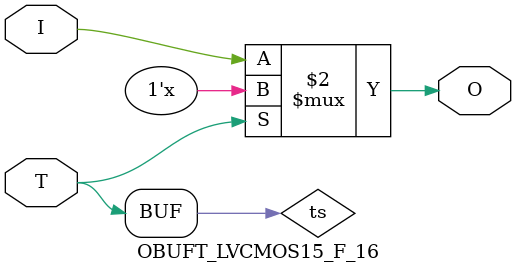
<source format=v>

/*

FUNCTION	: TRI-STATE OUTPUT BUFFER

*/

`celldefine
`timescale  100 ps / 10 ps

module OBUFT_LVCMOS15_F_16 (O, I, T);

    output O;

    input  I, T;

    or O1 (ts, 1'b0, T);
    bufif0 T1 (O, I, ts);

endmodule

</source>
